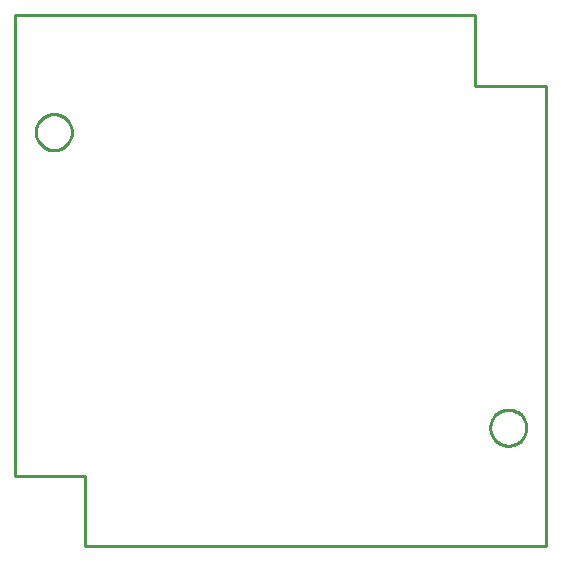
<source format=gbr>
G04 EAGLE Gerber RS-274X export*
G75*
%MOMM*%
%FSLAX34Y34*%
%LPD*%
%IN*%
%IPPOS*%
%AMOC8*
5,1,8,0,0,1.08239X$1,22.5*%
G01*
%ADD10C,0.254000*%


D10*
X0Y59690D02*
X59690Y59690D01*
X59690Y0D01*
X449580Y0D01*
X449580Y389890D01*
X389890Y389890D01*
X389890Y449580D01*
X0Y449580D01*
X0Y59690D01*
X433070Y99786D02*
X432992Y98700D01*
X432837Y97622D01*
X432606Y96559D01*
X432299Y95514D01*
X431919Y94494D01*
X431467Y93504D01*
X430945Y92549D01*
X430356Y91633D01*
X429704Y90761D01*
X428991Y89939D01*
X428221Y89169D01*
X427399Y88456D01*
X426527Y87804D01*
X425611Y87215D01*
X424656Y86693D01*
X423666Y86241D01*
X422646Y85861D01*
X421601Y85554D01*
X420538Y85323D01*
X419460Y85168D01*
X418374Y85090D01*
X417286Y85090D01*
X416200Y85168D01*
X415122Y85323D01*
X414059Y85554D01*
X413014Y85861D01*
X411994Y86241D01*
X411004Y86693D01*
X410049Y87215D01*
X409133Y87804D01*
X408261Y88456D01*
X407439Y89169D01*
X406669Y89939D01*
X405956Y90761D01*
X405304Y91633D01*
X404715Y92549D01*
X404193Y93504D01*
X403741Y94494D01*
X403361Y95514D01*
X403054Y96559D01*
X402823Y97622D01*
X402668Y98700D01*
X402590Y99786D01*
X402590Y100874D01*
X402668Y101960D01*
X402823Y103038D01*
X403054Y104101D01*
X403361Y105146D01*
X403741Y106166D01*
X404193Y107156D01*
X404715Y108111D01*
X405304Y109027D01*
X405956Y109899D01*
X406669Y110721D01*
X407439Y111491D01*
X408261Y112204D01*
X409133Y112856D01*
X410049Y113445D01*
X411004Y113967D01*
X411994Y114419D01*
X413014Y114799D01*
X414059Y115106D01*
X415122Y115337D01*
X416200Y115492D01*
X417286Y115570D01*
X418374Y115570D01*
X419460Y115492D01*
X420538Y115337D01*
X421601Y115106D01*
X422646Y114799D01*
X423666Y114419D01*
X424656Y113967D01*
X425611Y113445D01*
X426527Y112856D01*
X427399Y112204D01*
X428221Y111491D01*
X428991Y110721D01*
X429704Y109899D01*
X430356Y109027D01*
X430945Y108111D01*
X431467Y107156D01*
X431919Y106166D01*
X432299Y105146D01*
X432606Y104101D01*
X432837Y103038D01*
X432992Y101960D01*
X433070Y100874D01*
X433070Y99786D01*
X48260Y349976D02*
X48182Y348890D01*
X48027Y347812D01*
X47796Y346749D01*
X47489Y345704D01*
X47109Y344684D01*
X46657Y343694D01*
X46135Y342739D01*
X45546Y341823D01*
X44894Y340951D01*
X44181Y340129D01*
X43411Y339359D01*
X42589Y338646D01*
X41717Y337994D01*
X40801Y337405D01*
X39846Y336883D01*
X38856Y336431D01*
X37836Y336051D01*
X36791Y335744D01*
X35728Y335513D01*
X34650Y335358D01*
X33564Y335280D01*
X32476Y335280D01*
X31390Y335358D01*
X30312Y335513D01*
X29249Y335744D01*
X28204Y336051D01*
X27184Y336431D01*
X26194Y336883D01*
X25239Y337405D01*
X24323Y337994D01*
X23451Y338646D01*
X22629Y339359D01*
X21859Y340129D01*
X21146Y340951D01*
X20494Y341823D01*
X19905Y342739D01*
X19383Y343694D01*
X18931Y344684D01*
X18551Y345704D01*
X18244Y346749D01*
X18013Y347812D01*
X17858Y348890D01*
X17780Y349976D01*
X17780Y351064D01*
X17858Y352150D01*
X18013Y353228D01*
X18244Y354291D01*
X18551Y355336D01*
X18931Y356356D01*
X19383Y357346D01*
X19905Y358301D01*
X20494Y359217D01*
X21146Y360089D01*
X21859Y360911D01*
X22629Y361681D01*
X23451Y362394D01*
X24323Y363046D01*
X25239Y363635D01*
X26194Y364157D01*
X27184Y364609D01*
X28204Y364989D01*
X29249Y365296D01*
X30312Y365527D01*
X31390Y365682D01*
X32476Y365760D01*
X33564Y365760D01*
X34650Y365682D01*
X35728Y365527D01*
X36791Y365296D01*
X37836Y364989D01*
X38856Y364609D01*
X39846Y364157D01*
X40801Y363635D01*
X41717Y363046D01*
X42589Y362394D01*
X43411Y361681D01*
X44181Y360911D01*
X44894Y360089D01*
X45546Y359217D01*
X46135Y358301D01*
X46657Y357346D01*
X47109Y356356D01*
X47489Y355336D01*
X47796Y354291D01*
X48027Y353228D01*
X48182Y352150D01*
X48260Y351064D01*
X48260Y349976D01*
M02*

</source>
